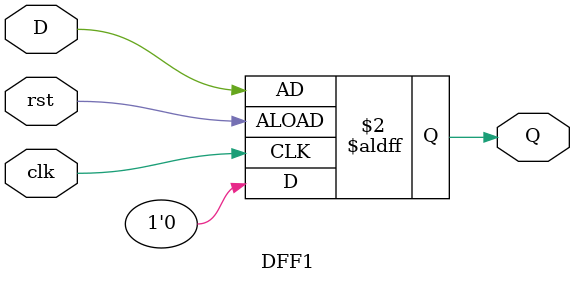
<source format=v>
module DFF1(Q,D,clk,rst);
output Q;
input D,clk, rst;
reg Q; 
always @(posedge clk or negedge rst)
	if (rst) Q <= 1'b0; //same as if(rst == 0)
		// reset
	else Q=D;
endmodule
</source>
